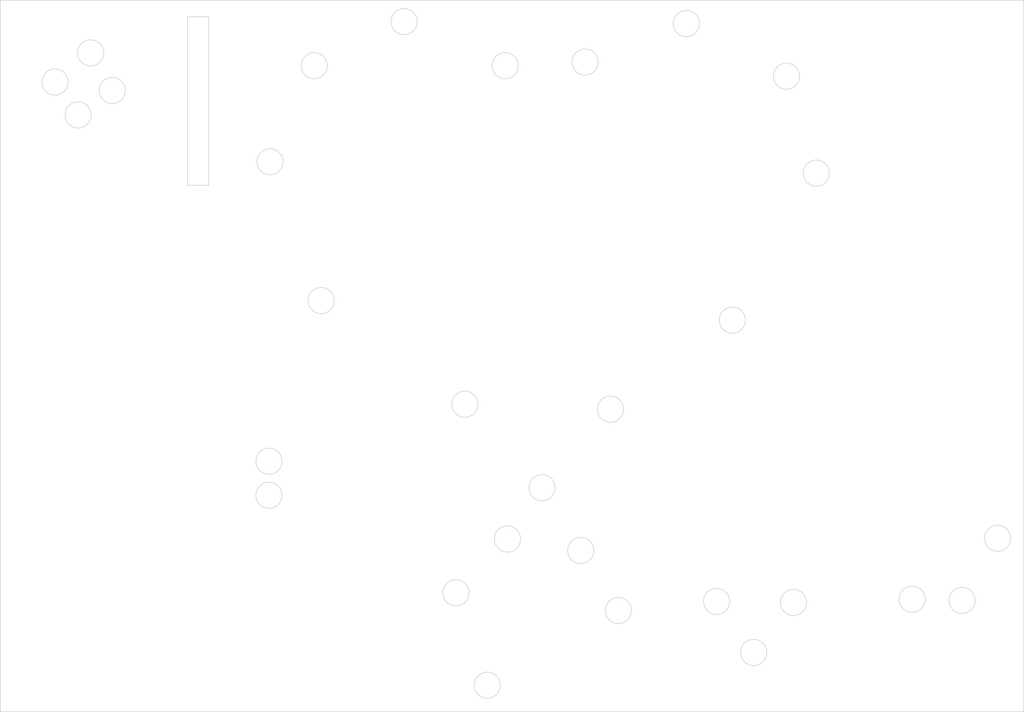
<source format=kicad_pcb>
(kicad_pcb
	(version 20241229)
	(generator "pcbnew")
	(generator_version "9.0")
	(general
		(thickness 1.6)
		(legacy_teardrops no)
	)
	(paper "A4")
	(layers
		(0 "F.Cu" signal)
		(2 "B.Cu" signal)
		(9 "F.Adhes" user "F.Adhesive")
		(11 "B.Adhes" user "B.Adhesive")
		(13 "F.Paste" user)
		(15 "B.Paste" user)
		(5 "F.SilkS" user "F.Silkscreen")
		(7 "B.SilkS" user "B.Silkscreen")
		(1 "F.Mask" user)
		(3 "B.Mask" user)
		(17 "Dwgs.User" user "User.Drawings")
		(19 "Cmts.User" user "User.Comments")
		(21 "Eco1.User" user "User.Eco1")
		(23 "Eco2.User" user "User.Eco2")
		(25 "Edge.Cuts" user)
		(27 "Margin" user)
		(31 "F.CrtYd" user "F.Courtyard")
		(29 "B.CrtYd" user "B.Courtyard")
		(35 "F.Fab" user)
		(33 "B.Fab" user)
		(39 "User.1" user)
		(41 "User.2" user)
		(43 "User.3" user)
		(45 "User.4" user)
	)
	(setup
		(pad_to_mask_clearance 0)
		(allow_soldermask_bridges_in_footprints no)
		(tenting front back)
		(pcbplotparams
			(layerselection 0x00000000_00000000_55555555_5755f5ff)
			(plot_on_all_layers_selection 0x00000000_00000000_00000000_00000000)
			(disableapertmacros no)
			(usegerberextensions yes)
			(usegerberattributes no)
			(usegerberadvancedattributes no)
			(creategerberjobfile no)
			(dashed_line_dash_ratio 12.000000)
			(dashed_line_gap_ratio 3.000000)
			(svgprecision 4)
			(plotframeref no)
			(mode 1)
			(useauxorigin no)
			(hpglpennumber 1)
			(hpglpenspeed 20)
			(hpglpendiameter 15.000000)
			(pdf_front_fp_property_popups yes)
			(pdf_back_fp_property_popups yes)
			(pdf_metadata yes)
			(pdf_single_document no)
			(dxfpolygonmode yes)
			(dxfimperialunits yes)
			(dxfusepcbnewfont yes)
			(psnegative no)
			(psa4output no)
			(plot_black_and_white yes)
			(plotinvisibletext no)
			(sketchpadsonfab no)
			(plotpadnumbers no)
			(hidednponfab no)
			(sketchdnponfab yes)
			(crossoutdnponfab yes)
			(subtractmaskfromsilk yes)
			(outputformat 1)
			(mirror no)
			(drillshape 0)
			(scaleselection 1)
			(outputdirectory "gerbers/")
		)
	)
	(net 0 "")
	(gr_circle
		(center 73.432417 52.680655)
		(end 73.432417 50.705655)
		(stroke
			(width 0.1)
			(type solid)
		)
		(fill no)
		(layer "Edge.Cuts")
		(uuid "0435f94e-b062-4c8a-ba4f-0024e7e7b864")
	)
	(gr_circle
		(center 148.625 100.8)
		(end 148.625 98.825)
		(stroke
			(width 0.1)
			(type solid)
		)
		(fill no)
		(layer "Edge.Cuts")
		(uuid "0afff6ce-fbb4-4a16-81ba-a32266c9f3ea")
	)
	(gr_circle
		(center 132.736678 48.933055)
		(end 132.736678 46.958055)
		(stroke
			(width 0.1)
			(type solid)
		)
		(fill no)
		(layer "Edge.Cuts")
		(uuid "13289728-eaa9-417d-82b4-02c50e2addad")
	)
	(gr_circle
		(center 64.782167 51.405655)
		(end 64.782167 49.430655)
		(stroke
			(width 0.1)
			(type solid)
		)
		(fill no)
		(layer "Edge.Cuts")
		(uuid "17ed92f3-4bbd-4952-83f9-caf5919cd282")
	)
	(gr_circle
		(center 175.2 50.525)
		(end 175.2 48.55)
		(stroke
			(width 0.1)
			(type solid)
		)
		(fill no)
		(layer "Edge.Cuts")
		(uuid "1985c045-cb89-4cd3-8e96-0ba9d4abb288")
	)
	(gr_circle
		(center 149.825 131.187602)
		(end 149.825 129.212602)
		(stroke
			(width 0.1)
			(type solid)
		)
		(fill no)
		(layer "Edge.Cuts")
		(uuid "198a9d63-a48a-4297-adcd-280bed99a4eb")
	)
	(gr_circle
		(center 144.15 122.125)
		(end 142.175 122.125)
		(stroke
			(width 0.1)
			(type solid)
		)
		(fill no)
		(layer "Edge.Cuts")
		(uuid "23ee1dae-3815-454c-aba3-dbae6ca23bdb")
	)
	(gr_circle
		(center 176.252088 129.975102)
		(end 176.252088 128.000102)
		(stroke
			(width 0.1)
			(type solid)
		)
		(fill no)
		(layer "Edge.Cuts")
		(uuid "28f532b2-fe75-4f13-a3ee-cf4ed49815e1")
	)
	(gr_circle
		(center 207.064772 120.287602)
		(end 207.064772 118.312602)
		(stroke
			(width 0.1)
			(type solid)
		)
		(fill no)
		(layer "Edge.Cuts")
		(uuid "2ac58dd9-f262-403c-bb1f-a0244992d556")
	)
	(gr_circle
		(center 170.25 137.525)
		(end 170.25 135.55)
		(stroke
			(width 0.1)
			(type solid)
		)
		(fill no)
		(layer "Edge.Cuts")
		(uuid "39814c5f-4810-49b9-8ed9-b8aa3cf0774a")
	)
	(gr_circle
		(center 68.263667 56.374405)
		(end 68.263667 54.399405)
		(stroke
			(width 0.1)
			(type solid)
		)
		(fill no)
		(layer "Edge.Cuts")
		(uuid "42bc61c0-1556-43a1-822e-0a61b45faebb")
	)
	(gr_circle
		(center 70.163667 47.011905)
		(end 70.163667 45.036905)
		(stroke
			(width 0.1)
			(type solid)
		)
		(fill no)
		(layer "Edge.Cuts")
		(uuid "5944f298-3615-496b-8247-9b2722d9a6b6")
	)
	(gr_circle
		(center 179.714772 65.162602)
		(end 179.714772 63.187602)
		(stroke
			(width 0.1)
			(type solid)
		)
		(fill no)
		(layer "Edge.Cuts")
		(uuid "5f456ba3-60b7-4c35-ab09-970709a0e6bb")
	)
	(gr_circle
		(center 125.302272 128.512602)
		(end 125.302272 126.537602)
		(stroke
			(width 0.1)
			(type solid)
		)
		(fill no)
		(layer "Edge.Cuts")
		(uuid "5fa5057b-10f4-4cf5-9d8e-3aadf0feb742")
	)
	(gr_circle
		(center 201.714772 129.662602)
		(end 201.714772 127.687602)
		(stroke
			(width 0.1)
			(type solid)
		)
		(fill no)
		(layer "Edge.Cuts")
		(uuid "6c4a04fc-0a90-45f9-9888-e61ef877183c")
	)
	(gr_circle
		(center 164.65 129.825)
		(end 164.65 127.85)
		(stroke
			(width 0.1)
			(type solid)
		)
		(fill no)
		(layer "Edge.Cuts")
		(uuid "7037de28-8fb6-4c33-930d-4a46db58c724")
	)
	(gr_circle
		(center 167.025 87.35)
		(end 167.025 85.375)
		(stroke
			(width 0.1)
			(type solid)
		)
		(fill no)
		(layer "Edge.Cuts")
		(uuid "798932a6-4b8b-4b3f-8c2c-3a506eba869f")
	)
	(gr_circle
		(center 126.65 100.05)
		(end 126.65 98.075)
		(stroke
			(width 0.1)
			(type solid)
		)
		(fill no)
		(layer "Edge.Cuts")
		(uuid "835b2316-77a2-4266-ab1d-104967872839")
	)
	(gr_circle
		(center 104.95 84.4)
		(end 104.95 82.425)
		(stroke
			(width 0.1)
			(type solid)
		)
		(fill no)
		(layer "Edge.Cuts")
		(uuid "844b9c3b-ac8c-4af0-8449-5e8a98330a69")
	)
	(gr_circle
		(center 130.033522 142.468852)
		(end 130.033522 140.493852)
		(stroke
			(width 0.1)
			(type solid)
		)
		(fill no)
		(layer "Edge.Cuts")
		(uuid "8eef4ebf-adaf-47d7-a5a2-009c92bc9ee2")
	)
	(gr_circle
		(center 194.175 129.5)
		(end 194.175 127.525)
		(stroke
			(width 0.1)
			(type solid)
		)
		(fill no)
		(layer "Edge.Cuts")
		(uuid "8ff46a4e-3369-4148-9fc6-c4d16820c874")
	)
	(gr_circle
		(center 144.8 48.4)
		(end 144.8 46.425)
		(stroke
			(width 0.1)
			(type solid)
		)
		(fill no)
		(layer "Edge.Cuts")
		(uuid "9197af5c-6ed1-43a6-91fe-adf3c3588080")
	)
	(gr_circle
		(center 97.083522 113.793852)
		(end 97.083522 111.818852)
		(stroke
			(width 0.1)
			(type solid)
		)
		(fill no)
		(layer "Edge.Cuts")
		(uuid "94b260d2-9d12-4603-abc8-1a5291b2206a")
	)
	(gr_circle
		(center 117.476522 42.28871)
		(end 117.476522 40.31371)
		(stroke
			(width 0.1)
			(type solid)
		)
		(fill no)
		(layer "Edge.Cuts")
		(uuid "b6647c04-e525-427d-a991-8db76c7b393b")
	)
	(gr_circle
		(center 133.075 120.4)
		(end 133.075 118.425)
		(stroke
			(width 0.1)
			(type solid)
		)
		(fill no)
		(layer "Edge.Cuts")
		(uuid "c23417c2-1caf-4e13-809e-c00ab778a4b6")
	)
	(gr_circle
		(center 138.3 112.65)
		(end 138.3 110.675)
		(stroke
			(width 0.1)
			(type solid)
		)
		(fill no)
		(layer "Edge.Cuts")
		(uuid "c70d8bc8-e475-4bfc-a854-542113218559")
	)
	(gr_circle
		(center 160.07753 42.581352)
		(end 160.07753 40.606352)
		(stroke
			(width 0.1)
			(type solid)
		)
		(fill no)
		(layer "Edge.Cuts")
		(uuid "ca01659f-61e7-411f-85f9-894a1c118a30")
	)
	(gr_circle
		(center 103.909864 48.935728)
		(end 103.909864 46.960728)
		(stroke
			(width 0.1)
			(type solid)
		)
		(fill no)
		(layer "Edge.Cuts")
		(uuid "d408c5b1-173d-437c-ba92-3d3c83e40c7e")
	)
	(gr_circle
		(center 97.083522 108.656352)
		(end 97.083522 106.681352)
		(stroke
			(width 0.1)
			(type solid)
		)
		(fill no)
		(layer "Edge.Cuts")
		(uuid "d46fa28f-7923-4d23-ad06-46d0905a976f")
	)
	(gr_circle
		(center 97.23463 63.444602)
		(end 97.23463 61.469602)
		(stroke
			(width 0.1)
			(type solid)
		)
		(fill no)
		(layer "Edge.Cuts")
		(uuid "f33917e0-7794-4712-a37f-e69efc33bf90")
	)
	(gr_rect
		(start 84.775 41.55)
		(end 87.975 67)
		(stroke
			(width 0.1)
			(type solid)
		)
		(fill no)
		(layer "Edge.Cuts")
		(uuid "f98b2a9b-9d67-4842-9e32-7cd0d464290e")
	)
	(gr_rect
		(start 56.525 39.075)
		(end 211.025 146.475)
		(stroke
			(width 0.1)
			(type solid)
		)
		(fill no)
		(layer "Edge.Cuts")
		(uuid "fe06be53-5a09-4c7d-8f85-e773f5d33ffc")
	)
	(embedded_fonts no)
)

</source>
